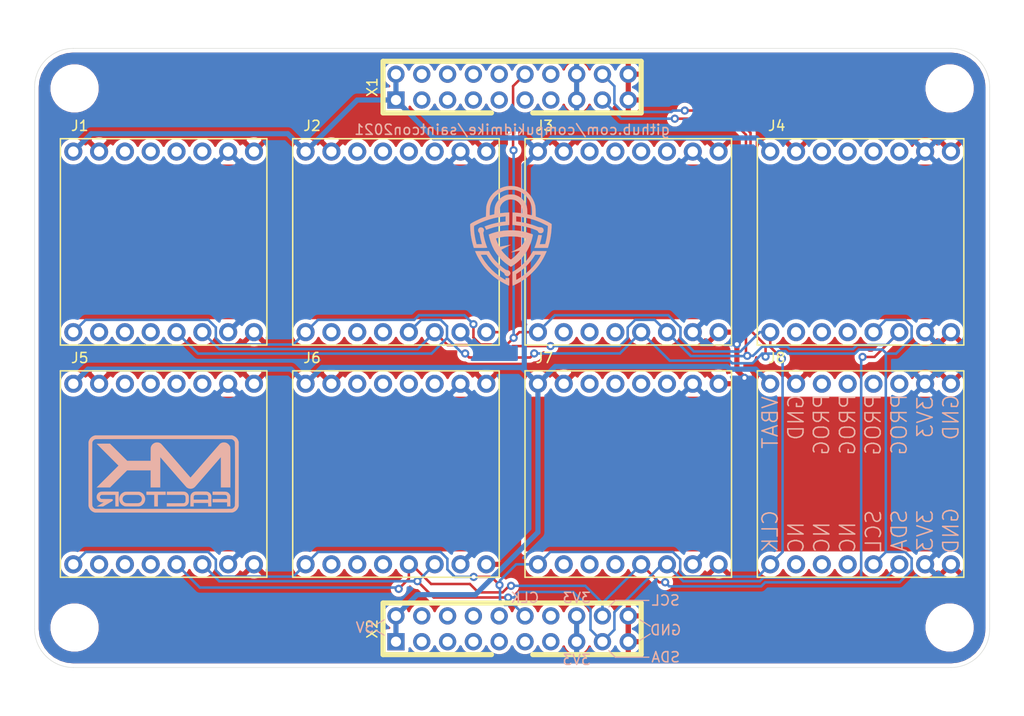
<source format=kicad_pcb>
(kicad_pcb (version 20171130) (host pcbnew "(5.1.9)-1")
  (layers (0 F.Cu signal) (31 B.Cu signal) (34 B.Paste user) (35 F.Paste user) (36 B.SilkS user) (37 F.SilkS user) (38 B.Mask user) (39 F.Mask user hide) (44 Edge.Cuts user))
  (net 0 "")
  (net 1 +3V3)
  (net 2 MB_SDA)
  (net 3 MB_SCL)
  (net 4 "Net-(J1-Pad12)")
  (net 5 "Net-(J1-Pad11)")
  (net 6 "Net-(J1-Pad10)")
  (net 7 MB_CS1)
  (net 8 MB_MOSI)
  (net 9 MB_SCK)
  (net 10 MB_MISO)
  (net 11 VCC)
  (net 12 "Net-(J2-Pad12)")
  (net 13 "Net-(J2-Pad11)")
  (net 14 "Net-(J2-Pad10)")
  (net 15 MB_CS2)
  (net 16 "Net-(J3-Pad12)")
  (net 17 "Net-(J3-Pad11)")
  (net 18 "Net-(J3-Pad10)")
  (net 19 MB_CS3)
  (net 20 "Net-(J4-Pad12)")
  (net 21 "Net-(J4-Pad11)")
  (net 22 "Net-(J4-Pad10)")
  (net 23 MB_CS4)
  (net 24 "Net-(J5-Pad12)")
  (net 25 "Net-(J5-Pad11)")
  (net 26 "Net-(J5-Pad10)")
  (net 27 "Net-(J5-Pad6)")
  (net 28 "Net-(J6-Pad12)")
  (net 29 "Net-(J6-Pad11)")
  (net 30 "Net-(J6-Pad10)")
  (net 31 "Net-(J6-Pad6)")
  (net 32 "Net-(J7-Pad12)")
  (net 33 "Net-(J7-Pad11)")
  (net 34 "Net-(J7-Pad10)")
  (net 35 "Net-(J7-Pad6)")
  (net 36 "Net-(J8-Pad12)")
  (net 37 "Net-(J8-Pad11)")
  (net 38 "Net-(J8-Pad10)")
  (net 39 "Net-(J8-Pad6)")
  (net 40 GND)
  (net 41 "Net-(X1-Pad10)")
  (net 42 MB_RESET)
  (net 43 "Net-(X1-Pad13)")
  (net 44 "Net-(X1-Pad14)")
  (net 45 "Net-(X2-Pad10)")
  (net 46 "Net-(X2-Pad13)")
  (net 47 "Net-(X2-Pad14)")
  (net 48 "Net-(J5-Pad5)")
  (net 49 "Net-(J5-Pad4)")
  (net 50 "Net-(J5-Pad3)")
  (net 51 "Net-(J6-Pad5)")
  (net 52 "Net-(J6-Pad4)")
  (net 53 "Net-(J6-Pad3)")
  (net 54 "Net-(J7-Pad5)")
  (net 55 "Net-(J7-Pad4)")
  (net 56 "Net-(J7-Pad3)")
  (net 57 "Net-(J8-Pad5)")
  (net 58 "Net-(J8-Pad4)")
  (net 59 "Net-(J8-Pad3)")
  (net 60 "Net-(X2-Pad3)")
  (net 61 "Net-(X2-Pad4)")
  (net 62 "Net-(X2-Pad5)")
  (net 63 "Net-(X2-Pad6)")
  (net 64 "Net-(X2-Pad7)")
  (net 65 "Net-(X2-Pad8)")
  (net 66 "Net-(X2-Pad9)")
  (net 67 "Net-(X2-Pad11)")
  (net 68 MB_CLK)
  (net 69 "Net-(J1-Pad6)")
  (net 70 "Net-(J1-Pad5)")
  (net 71 "Net-(J1-Pad4)")
  (net 72 "Net-(J1-Pad3)")
  (net 73 "Net-(J2-Pad6)")
  (net 74 "Net-(J2-Pad5)")
  (net 75 "Net-(J2-Pad4)")
  (net 76 "Net-(J2-Pad3)")
  (net 77 "Net-(J3-Pad6)")
  (net 78 "Net-(J3-Pad5)")
  (net 79 "Net-(J3-Pad4)")
  (net 80 "Net-(J3-Pad3)")
  (net 81 "Net-(J4-Pad6)")
  (net 82 "Net-(J4-Pad5)")
  (net 83 "Net-(J4-Pad4)")
  (net 84 "Net-(J4-Pad3)")
  (module SaintconLogo2021 (layer B.Cu) (at 119.16 80.96 180)
    (fp_text reference Ref** hide)
    (fp_text value Val** hide)
  )
  (module PinHeaders:Pin_Header_Straight_2x10_Pitch2.54mm_Keyed (layer F.Cu) (at 109.22 72.39 90)
    (fp_text reference X1 (at 1.27 -2.33 90) (layer F.SilkS))
    (fp_text value Conn_02x10_Odd_Even)
    (pad 1 thru_hole rect (at 0 0 90) (size 1.7 1.7) (drill 1) (layers *.Cu *.Mask) (net 11 VCC))
    (pad 2 thru_hole oval (at 2.54 0 90) (size 1.7 1.7) (drill 1) (layers *.Cu *.Mask) (net 11 VCC))
    (pad 3 thru_hole oval (at 0 2.54 90) (size 1.7 1.7) (drill 1) (layers *.Cu *.Mask) (net 8 MB_MOSI))
    (pad 4 thru_hole oval (at 2.54 2.54 90) (size 1.7 1.7) (drill 1) (layers *.Cu *.Mask) (net 10 MB_MISO))
    (pad 5 thru_hole oval (at 0 5.08 90) (size 1.7 1.7) (drill 1) (layers *.Cu *.Mask) (net 9 MB_SCK))
    (pad 6 thru_hole oval (at 2.54 5.08 90) (size 1.7 1.7) (drill 1) (layers *.Cu *.Mask) (net 7 MB_CS1))
    (pad 7 thru_hole oval (at 0 7.62 90) (size 1.7 1.7) (drill 1) (layers *.Cu *.Mask) (net 15 MB_CS2))
    (pad 8 thru_hole oval (at 2.54 7.62 90) (size 1.7 1.7) (drill 1) (layers *.Cu *.Mask) (net 19 MB_CS3))
    (pad 9 thru_hole oval (at 0 10.16 90) (size 1.7 1.7) (drill 1) (layers *.Cu *.Mask) (net 23 MB_CS4))
    (pad 10 thru_hole oval (at 2.54 10.16 90) (size 1.7 1.7) (drill 1) (layers *.Cu *.Mask) (net 41 "Net-(X1-Pad10)"))
    (pad 11 thru_hole oval (at 0 12.7 90) (size 1.7 1.7) (drill 1) (layers *.Cu *.Mask) (net 42 MB_RESET))
    (pad 12 thru_hole oval (at 2.54 12.7 90) (size 1.7 1.7) (drill 1) (layers *.Cu *.Mask) (net 68 MB_CLK))
    (pad 13 thru_hole oval (at 0 15.24 90) (size 1.7 1.7) (drill 1) (layers *.Cu *.Mask) (net 43 "Net-(X1-Pad13)"))
    (pad 14 thru_hole oval (at 2.54 15.24 90) (size 1.7 1.7) (drill 1) (layers *.Cu *.Mask) (net 44 "Net-(X1-Pad14)"))
    (pad 15 thru_hole oval (at 0 17.78 90) (size 1.7 1.7) (drill 1) (layers *.Cu *.Mask) (net 1 +3V3))
    (pad 16 thru_hole oval (at 2.54 17.78 90) (size 1.7 1.7) (drill 1) (layers *.Cu *.Mask) (net 1 +3V3))
    (pad 17 thru_hole oval (at 0 20.32 90) (size 1.7 1.7) (drill 1) (layers *.Cu *.Mask) (net 2 MB_SDA))
    (pad 18 thru_hole oval (at 2.54 20.32 90) (size 1.7 1.7) (drill 1) (layers *.Cu *.Mask) (net 3 MB_SCL))
    (pad 19 thru_hole oval (at 0 22.86 90) (size 1.7 1.7) (drill 1) (layers *.Cu *.Mask) (net 40 GND))
    (pad 20 thru_hole oval (at 2.54 22.86 90) (size 1.7 1.7) (drill 1) (layers *.Cu *.Mask) (net 40 GND))
  )
  (module minibadge_kicad:SAINTCON-Minibadge-Shiny (layer F.Cu) (at 144.78 99.06)
    (fp_text reference J8 (at 1.905 -1.27) (layer F.SilkS))
    (fp_text value SAINTCON-Minibadge)
    (pad 16 thru_hole circle (at 19.05 19.05 90) (size 1.778 1.778) (drill 1.016) (layers *.Cu *.Mask) (net 40 GND))
    (pad 15 thru_hole circle (at 16.51 19.05 90) (size 1.778 1.778) (drill 1.016) (layers *.Cu *.Mask) (net 1 +3V3))
    (pad 14 thru_hole circle (at 13.97 19.05 90) (size 1.778 1.778) (drill 1.016) (layers *.Cu *.Mask) (net 2 MB_SDA))
    (pad 13 thru_hole circle (at 11.43 19.05 90) (size 1.778 1.778) (drill 1.016) (layers *.Cu *.Mask) (net 3 MB_SCL))
    (pad 12 thru_hole circle (at 8.89 19.05 90) (size 1.778 1.778) (drill 1.016) (layers *.Cu *.Mask) (net 36 "Net-(J8-Pad12)"))
    (pad 11 thru_hole circle (at 6.35 19.05 90) (size 1.778 1.778) (drill 1.016) (layers *.Cu *.Mask) (net 37 "Net-(J8-Pad11)"))
    (pad 10 thru_hole circle (at 3.81 19.05 90) (size 1.778 1.778) (drill 1.016) (layers *.Cu *.Mask) (net 38 "Net-(J8-Pad10)"))
    (pad 9 thru_hole circle (at 1.27 19.05 90) (size 1.778 1.778) (drill 1.016) (layers *.Cu *.Mask) (net 68 MB_CLK))
    (pad 8 thru_hole circle (at 19.05 1.27 90) (size 1.778 1.778) (drill 1.016) (layers *.Cu *.Mask) (net 40 GND))
    (pad 7 thru_hole circle (at 16.51 1.27 90) (size 1.778 1.778) (drill 1.016) (layers *.Cu *.Mask) (net 1 +3V3))
    (pad 6 thru_hole circle (at 13.97 1.27 90) (size 1.778 1.778) (drill 1.016) (layers *.Cu *.Mask) (net 39 "Net-(J8-Pad6)"))
    (pad 5 thru_hole circle (at 11.43 1.27 90) (size 1.778 1.778) (drill 1.016) (layers *.Cu *.Mask) (net 57 "Net-(J8-Pad5)"))
    (pad 4 thru_hole circle (at 8.89 1.27 90) (size 1.778 1.778) (drill 1.016) (layers *.Cu *.Mask) (net 58 "Net-(J8-Pad4)"))
    (pad 3 thru_hole circle (at 6.35 1.27 90) (size 1.778 1.778) (drill 1.016) (layers *.Cu *.Mask) (net 59 "Net-(J8-Pad3)"))
    (pad 2 thru_hole circle (at 3.81 1.27 90) (size 1.778 1.778) (drill 1.016) (layers *.Cu *.Mask) (net 40 GND))
    (pad 1 thru_hole circle (at 1.27 1.27 90) (size 1.778 1.778) (drill 1.016) (layers *.Cu *.Mask) (net 11 VCC))
  )
  (module minibadge_kicad:SAINTCON-Minibadge-Shiny (layer F.Cu) (at 121.92 99.06)
    (fp_text reference J7 (at 1.905 -1.27) (layer F.SilkS))
    (fp_text value SAINTCON-Minibadge)
    (pad 16 thru_hole circle (at 19.05 19.05 90) (size 1.778 1.778) (drill 1.016) (layers *.Cu *.Mask) (net 40 GND))
    (pad 15 thru_hole circle (at 16.51 19.05 90) (size 1.778 1.778) (drill 1.016) (layers *.Cu *.Mask) (net 1 +3V3))
    (pad 14 thru_hole circle (at 13.97 19.05 90) (size 1.778 1.778) (drill 1.016) (layers *.Cu *.Mask) (net 2 MB_SDA))
    (pad 13 thru_hole circle (at 11.43 19.05 90) (size 1.778 1.778) (drill 1.016) (layers *.Cu *.Mask) (net 3 MB_SCL))
    (pad 12 thru_hole circle (at 8.89 19.05 90) (size 1.778 1.778) (drill 1.016) (layers *.Cu *.Mask) (net 32 "Net-(J7-Pad12)"))
    (pad 11 thru_hole circle (at 6.35 19.05 90) (size 1.778 1.778) (drill 1.016) (layers *.Cu *.Mask) (net 33 "Net-(J7-Pad11)"))
    (pad 10 thru_hole circle (at 3.81 19.05 90) (size 1.778 1.778) (drill 1.016) (layers *.Cu *.Mask) (net 34 "Net-(J7-Pad10)"))
    (pad 9 thru_hole circle (at 1.27 19.05 90) (size 1.778 1.778) (drill 1.016) (layers *.Cu *.Mask) (net 68 MB_CLK))
    (pad 8 thru_hole circle (at 19.05 1.27 90) (size 1.778 1.778) (drill 1.016) (layers *.Cu *.Mask) (net 40 GND))
    (pad 7 thru_hole circle (at 16.51 1.27 90) (size 1.778 1.778) (drill 1.016) (layers *.Cu *.Mask) (net 1 +3V3))
    (pad 6 thru_hole circle (at 13.97 1.27 90) (size 1.778 1.778) (drill 1.016) (layers *.Cu *.Mask) (net 35 "Net-(J7-Pad6)"))
    (pad 5 thru_hole circle (at 11.43 1.27 90) (size 1.778 1.778) (drill 1.016) (layers *.Cu *.Mask) (net 54 "Net-(J7-Pad5)"))
    (pad 4 thru_hole circle (at 8.89 1.27 90) (size 1.778 1.778) (drill 1.016) (layers *.Cu *.Mask) (net 55 "Net-(J7-Pad4)"))
    (pad 3 thru_hole circle (at 6.35 1.27 90) (size 1.778 1.778) (drill 1.016) (layers *.Cu *.Mask) (net 56 "Net-(J7-Pad3)"))
    (pad 2 thru_hole circle (at 3.81 1.27 90) (size 1.778 1.778) (drill 1.016) (layers *.Cu *.Mask) (net 40 GND))
    (pad 1 thru_hole circle (at 1.27 1.27 90) (size 1.778 1.778) (drill 1.016) (layers *.Cu *.Mask) (net 11 VCC))
  )
  (module minibadge_kicad:SAINTCON-Minibadge-Shiny (layer F.Cu) (at 144.78 76.2)
    (fp_text reference J4 (at 1.905 -1.27) (layer F.SilkS))
    (fp_text value SAINTCON-Minibadge)
    (pad 16 thru_hole circle (at 19.05 19.05 90) (size 1.778 1.778) (drill 1.016) (layers *.Cu *.Mask) (net 40 GND))
    (pad 15 thru_hole circle (at 16.51 19.05 90) (size 1.778 1.778) (drill 1.016) (layers *.Cu *.Mask) (net 1 +3V3))
    (pad 14 thru_hole circle (at 13.97 19.05 90) (size 1.778 1.778) (drill 1.016) (layers *.Cu *.Mask) (net 2 MB_SDA))
    (pad 13 thru_hole circle (at 11.43 19.05 90) (size 1.778 1.778) (drill 1.016) (layers *.Cu *.Mask) (net 3 MB_SCL))
    (pad 12 thru_hole circle (at 8.89 19.05 90) (size 1.778 1.778) (drill 1.016) (layers *.Cu *.Mask) (net 20 "Net-(J4-Pad12)"))
    (pad 11 thru_hole circle (at 6.35 19.05 90) (size 1.778 1.778) (drill 1.016) (layers *.Cu *.Mask) (net 21 "Net-(J4-Pad11)"))
    (pad 10 thru_hole circle (at 3.81 19.05 90) (size 1.778 1.778) (drill 1.016) (layers *.Cu *.Mask) (net 22 "Net-(J4-Pad10)"))
    (pad 9 thru_hole circle (at 1.27 19.05 90) (size 1.778 1.778) (drill 1.016) (layers *.Cu *.Mask) (net 68 MB_CLK))
    (pad 8 thru_hole circle (at 19.05 1.27 90) (size 1.778 1.778) (drill 1.016) (layers *.Cu *.Mask) (net 40 GND))
    (pad 7 thru_hole circle (at 16.51 1.27 90) (size 1.778 1.778) (drill 1.016) (layers *.Cu *.Mask) (net 1 +3V3))
    (pad 6 thru_hole circle (at 13.97 1.27 90) (size 1.778 1.778) (drill 1.016) (layers *.Cu *.Mask) (net 81 "Net-(J4-Pad6)"))
    (pad 5 thru_hole circle (at 11.43 1.27 90) (size 1.778 1.778) (drill 1.016) (layers *.Cu *.Mask) (net 82 "Net-(J4-Pad5)"))
    (pad 4 thru_hole circle (at 8.89 1.27 90) (size 1.778 1.778) (drill 1.016) (layers *.Cu *.Mask) (net 83 "Net-(J4-Pad4)"))
    (pad 3 thru_hole circle (at 6.35 1.27 90) (size 1.778 1.778) (drill 1.016) (layers *.Cu *.Mask) (net 84 "Net-(J4-Pad3)"))
    (pad 2 thru_hole circle (at 3.81 1.27 90) (size 1.778 1.778) (drill 1.016) (layers *.Cu *.Mask) (net 40 GND))
    (pad 1 thru_hole circle (at 1.27 1.27 90) (size 1.778 1.778) (drill 1.016) (layers *.Cu *.Mask) (net 11 VCC))
  )
  (module Mounting_Holes:MountingHole_4mm (layer F.Cu) (at 163.703 71.247)
    (fp_text reference REF** hide)
    (fp_text value MountingHole_4mm)
    (pad 1 np_thru_hole circle (at 0 0) (size 4 4) (drill 4) (layers *.Cu *.Mask))
  )
  (module Mounting_Holes:MountingHole_4mm (layer F.Cu) (at 77.597 71.247)
    (fp_text reference REF** hide)
    (fp_text value MountingHole_4mm)
    (pad 1 np_thru_hole circle (at 0 0) (size 4 4) (drill 4) (layers *.Cu *.Mask))
  )
  (module Mounting_Holes:MountingHole_4mm (layer F.Cu) (at 77.597 124.333)
    (fp_text reference REF** hide)
    (fp_text value MountingHole_4mm)
    (pad 1 np_thru_hole circle (at 0 0) (size 4 4) (drill 4) (layers *.Cu *.Mask))
  )
  (module Mounting_Holes:MountingHole_4mm (layer F.Cu) (at 163.703 124.333)
    (fp_text reference REF** hide)
    (fp_text value MountingHole_4mm)
    (pad 1 np_thru_hole circle (at 0 0) (size 4 4) (drill 4) (layers *.Cu *.Mask))
  )
  (module MKFactorLogo (layer B.Cu) (at 86.36 109.22 180)
    (fp_text reference G*** hide)
    (fp_text value LOGO hide)
  )
  (module PinHeaders:Pin_Header_Straight_2x10_Pitch2.54mm_Keyed (layer F.Cu) (at 109.22 125.73 90)
    (fp_text reference X2 (at 1.27 -2.33 90) (layer F.SilkS))
    (fp_text value Conn_02x10_Odd_Even)
    (pad 1 thru_hole rect (at 0 0 90) (size 1.7 1.7) (drill 1) (layers *.Cu *.Mask) (net 11 VCC))
    (pad 2 thru_hole oval (at 2.54 0 90) (size 1.7 1.7) (drill 1) (layers *.Cu *.Mask) (net 11 VCC))
    (pad 3 thru_hole oval (at 0 2.54 90) (size 1.7 1.7) (drill 1) (layers *.Cu *.Mask) (net 60 "Net-(X2-Pad3)"))
    (pad 4 thru_hole oval (at 2.54 2.54 90) (size 1.7 1.7) (drill 1) (layers *.Cu *.Mask) (net 61 "Net-(X2-Pad4)"))
    (pad 5 thru_hole oval (at 0 5.08 90) (size 1.7 1.7) (drill 1) (layers *.Cu *.Mask) (net 62 "Net-(X2-Pad5)"))
    (pad 6 thru_hole oval (at 2.54 5.08 90) (size 1.7 1.7) (drill 1) (layers *.Cu *.Mask) (net 63 "Net-(X2-Pad6)"))
    (pad 7 thru_hole oval (at 0 7.62 90) (size 1.7 1.7) (drill 1) (layers *.Cu *.Mask) (net 64 "Net-(X2-Pad7)"))
    (pad 8 thru_hole oval (at 2.54 7.62 90) (size 1.7 1.7) (drill 1) (layers *.Cu *.Mask) (net 65 "Net-(X2-Pad8)"))
    (pad 9 thru_hole oval (at 0 10.16 90) (size 1.7 1.7) (drill 1) (layers *.Cu *.Mask) (net 66 "Net-(X2-Pad9)"))
    (pad 10 thru_hole oval (at 2.54 10.16 90) (size 1.7 1.7) (drill 1) (layers *.Cu *.Mask) (net 45 "Net-(X2-Pad10)"))
    (pad 11 thru_hole oval (at 0 12.7 90) (size 1.7 1.7) (drill 1) (layers *.Cu *.Mask) (net 67 "Net-(X2-Pad11)"))
    (pad 12 thru_hole oval (at 2.54 12.7 90) (size 1.7 1.7) (drill 1) (layers *.Cu *.Mask) (net 68 MB_CLK))
    (pad 13 thru_hole oval (at 0 15.24 90) (size 1.7 1.7) (drill 1) (layers *.Cu *.Mask) (net 46 "Net-(X2-Pad13)"))
    (pad 14 thru_hole oval (at 2.54 15.24 90) (size 1.7 1.7) (drill 1) (layers *.Cu *.Mask) (net 47 "Net-(X2-Pad14)"))
    (pad 15 thru_hole oval (at 0 17.78 90) (size 1.7 1.7) (drill 1) (layers *.Cu *.Mask) (net 1 +3V3))
    (pad 16 thru_hole oval (at 2.54 17.78 90) (size 1.7 1.7) (drill 1) (layers *.Cu *.Mask) (net 1 +3V3))
    (pad 17 thru_hole oval (at 0 20.32 90) (size 1.7 1.7) (drill 1) (layers *.Cu *.Mask) (net 2 MB_SDA))
    (pad 18 thru_hole oval (at 2.54 20.32 90) (size 1.7 1.7) (drill 1) (layers *.Cu *.Mask) (net 3 MB_SCL))
    (pad 19 thru_hole oval (at 0 22.86 90) (size 1.7 1.7) (drill 1) (layers *.Cu *.Mask) (net 40 GND))
    (pad 20 thru_hole oval (at 2.54 22.86 90) (size 1.7 1.7) (drill 1) (layers *.Cu *.Mask) (net 40 GND))
  )
  (module minibadge_kicad:SAINTCON-Minibadge-Shiny (layer F.Cu) (at 99.06 99.06)
    (fp_text reference J6 (at 1.905 -1.27) (layer F.SilkS))
    (fp_text value SAINTCON-Minibadge)
    (pad 16 thru_hole circle (at 19.05 19.05 90) (size 1.778 1.778) (drill 1.016) (layers *.Cu *.Mask) (net 40 GND))
    (pad 15 thru_hole circle (at 16.51 19.05 90) (size 1.778 1.778) (drill 1.016) (layers *.Cu *.Mask) (net 1 +3V3))
    (pad 14 thru_hole circle (at 13.97 19.05 90) (size 1.778 1.778) (drill 1.016) (layers *.Cu *.Mask) (net 2 MB_SDA))
    (pad 13 thru_hole circle (at 11.43 19.05 90) (size 1.778 1.778) (drill 1.016) (layers *.Cu *.Mask) (net 3 MB_SCL))
    (pad 12 thru_hole circle (at 8.89 19.05 90) (size 1.778 1.778) (drill 1.016) (layers *.Cu *.Mask) (net 28 "Net-(J6-Pad12)"))
    (pad 11 thru_hole circle (at 6.35 19.05 90) (size 1.778 1.778) (drill 1.016) (layers *.Cu *.Mask) (net 29 "Net-(J6-Pad11)"))
    (pad 10 thru_hole circle (at 3.81 19.05 90) (size 1.778 1.778) (drill 1.016) (layers *.Cu *.Mask) (net 30 "Net-(J6-Pad10)"))
    (pad 9 thru_hole circle (at 1.27 19.05 90) (size 1.778 1.778) (drill 1.016) (layers *.Cu *.Mask) (net 68 MB_CLK))
    (pad 8 thru_hole circle (at 19.05 1.27 90) (size 1.778 1.778) (drill 1.016) (layers *.Cu *.Mask) (net 40 GND))
    (pad 7 thru_hole circle (at 16.51 1.27 90) (size 1.778 1.778) (drill 1.016) (layers *.Cu *.Mask) (net 1 +3V3))
    (pad 6 thru_hole circle (at 13.97 1.27 90) (size 1.778 1.778) (drill 1.016) (layers *.Cu *.Mask) (net 31 "Net-(J6-Pad6)"))
    (pad 5 thru_hole circle (at 11.43 1.27 90) (size 1.778 1.778) (drill 1.016) (layers *.Cu *.Mask) (net 51 "Net-(J6-Pad5)"))
    (pad 4 thru_hole circle (at 8.89 1.27 90) (size 1.778 1.778) (drill 1.016) (layers *.Cu *.Mask) (net 52 "Net-(J6-Pad4)"))
    (pad 3 thru_hole circle (at 6.35 1.27 90) (size 1.778 1.778) (drill 1.016) (layers *.Cu *.Mask) (net 53 "Net-(J6-Pad3)"))
    (pad 2 thru_hole circle (at 3.81 1.27 90) (size 1.778 1.778) (drill 1.016) (layers *.Cu *.Mask) (net 40 GND))
    (pad 1 thru_hole circle (at 1.27 1.27 90) (size 1.778 1.778) (drill 1.016) (layers *.Cu *.Mask) (net 11 VCC))
  )
  (module minibadge_kicad:SAINTCON-Minibadge-Shiny (layer F.Cu) (at 76.2 99.06)
    (fp_text reference J5 (at 1.905 -1.27) (layer F.SilkS))
    (fp_text value SAINTCON-Minibadge)
    (pad 16 thru_hole circle (at 19.05 19.05 90) (size 1.778 1.778) (drill 1.016) (layers *.Cu *.Mask) (net 40 GND))
    (pad 15 thru_hole circle (at 16.51 19.05 90) (size 1.778 1.778) (drill 1.016) (layers *.Cu *.Mask) (net 1 +3V3))
    (pad 14 thru_hole circle (at 13.97 19.05 90) (size 1.778 1.778) (drill 1.016) (layers *.Cu *.Mask) (net 2 MB_SDA))
    (pad 13 thru_hole circle (at 11.43 19.05 90) (size 1.778 1.778) (drill 1.016) (layers *.Cu *.Mask) (net 3 MB_SCL))
    (pad 12 thru_hole circle (at 8.89 19.05 90) (size 1.778 1.778) (drill 1.016) (layers *.Cu *.Mask) (net 24 "Net-(J5-Pad12)"))
    (pad 11 thru_hole circle (at 6.35 19.05 90) (size 1.778 1.778) (drill 1.016) (layers *.Cu *.Mask) (net 25 "Net-(J5-Pad11)"))
    (pad 10 thru_hole circle (at 3.81 19.05 90) (size 1.778 1.778) (drill 1.016) (layers *.Cu *.Mask) (net 26 "Net-(J5-Pad10)"))
    (pad 9 thru_hole circle (at 1.27 19.05 90) (size 1.778 1.778) (drill 1.016) (layers *.Cu *.Mask) (net 68 MB_CLK))
    (pad 8 thru_hole circle (at 19.05 1.27 90) (size 1.778 1.778) (drill 1.016) (layers *.Cu *.Mask) (net 40 GND))
    (pad 7 thru_hole circle (at 16.51 1.27 90) (size 1.778 1.778) (drill 1.016) (layers *.Cu *.Mask) (net 1 +3V3))
    (pad 6 thru_hole circle (at 13.97 1.27 90) (size 1.778 1.778) (drill 1.016) (layers *.Cu *.Mask) (net 27 "Net-(J5-Pad6)"))
    (pad 5 thru_hole circle (at 11.43 1.27 90) (size 1.778 1.778) (drill 1.016) (layers *.Cu *.Mask) (net 48 "Net-(J5-Pad5)"))
    (pad 4 thru_hole circle (at 8.89 1.27 90) (size 1.778 1.778) (drill 1.016) (layers *.Cu *.Mask) (net 49 "Net-(J5-Pad4)"))
    (pad 3 thru_hole circle (at 6.35 1.27 90) (size 1.778 1.778) (drill 1.016) (layers *.Cu *.Mask) (net 50 "Net-(J5-Pad3)"))
    (pad 2 thru_hole circle (at 3.81 1.27 90) (size 1.778 1.778) (drill 1.016) (layers *.Cu *.Mask) (net 40 GND))
    (pad 1 thru_hole circle (at 1.27 1.27 90) (size 1.778 1.778) (drill 1.016) (layers *.Cu *.Mask) (net 11 VCC))
  )
  (module minibadge_kicad:SAINTCON-Minibadge-Shiny (layer F.Cu) (at 121.92 76.2)
    (fp_text reference J3 (at 1.905 -1.27) (layer F.SilkS))
    (fp_text value SAINTCON-Minibadge)
    (pad 16 thru_hole circle (at 19.05 19.05 90) (size 1.778 1.778) (drill 1.016) (layers *.Cu *.Mask) (net 40 GND))
    (pad 15 thru_hole circle (at 16.51 19.05 90) (size 1.778 1.778) (drill 1.016) (layers *.Cu *.Mask) (net 1 +3V3))
    (pad 14 thru_hole circle (at 13.97 19.05 90) (size 1.778 1.778) (drill 1.016) (layers *.Cu *.Mask) (net 2 MB_SDA))
    (pad 13 thru_hole circle (at 11.43 19.05 90) (size 1.778 1.778) (drill 1.016) (layers *.Cu *.Mask) (net 3 MB_SCL))
    (pad 12 thru_hole circle (at 8.89 19.05 90) (size 1.778 1.778) (drill 1.016) (layers *.Cu *.Mask) (net 16 "Net-(J3-Pad12)"))
    (pad 11 thru_hole circle (at 6.35 19.05 90) (size 1.778 1.778) (drill 1.016) (layers *.Cu *.Mask) (net 17 "Net-(J3-Pad11)"))
    (pad 10 thru_hole circle (at 3.81 19.05 90) (size 1.778 1.778) (drill 1.016) (layers *.Cu *.Mask) (net 18 "Net-(J3-Pad10)"))
    (pad 9 thru_hole circle (at 1.27 19.05 90) (size 1.778 1.778) (drill 1.016) (layers *.Cu *.Mask) (net 68 MB_CLK))
    (pad 8 thru_hole circle (at 19.05 1.27 90) (size 1.778 1.778) (drill 1.016) (layers *.Cu *.Mask) (net 40 GND))
    (pad 7 thru_hole circle (at 16.51 1.27 90) (size 1.778 1.778) (drill 1.016) (layers *.Cu *.Mask) (net 1 +3V3))
    (pad 6 thru_hole circle (at 13.97 1.27 90) (size 1.778 1.778) (drill 1.016) (layers *.Cu *.Mask) (net 77 "Net-(J3-Pad6)"))
    (pad 5 thru_hole circle (at 11.43 1.27 90) (size 1.778 1.778) (drill 1.016) (layers *.Cu *.Mask) (net 78 "Net-(J3-Pad5)"))
    (pad 4 thru_hole circle (at 8.89 1.27 90) (size 1.778 1.778) (drill 1.016) (layers *.Cu *.Mask) (net 79 "Net-(J3-Pad4)"))
    (pad 3 thru_hole circle (at 6.35 1.27 90) (size 1.778 1.778) (drill 1.016) (layers *.Cu *.Mask) (net 80 "Net-(J3-Pad3)"))
    (pad 2 thru_hole circle (at 3.81 1.27 90) (size 1.778 1.778) (drill 1.016) (layers *.Cu *.Mask) (net 40 GND))
    (pad 1 thru_hole circle (at 1.27 1.27 90) (size 1.778 1.778) (drill 1.016) (layers *.Cu *.Mask) (net 11 VCC))
  )
  (module minibadge_kicad:SAINTCON-Minibadge-Shiny (layer F.Cu) (at 99.06 76.2)
    (fp_text reference J2 (at 1.905 -1.27) (layer F.SilkS))
    (fp_text value SAINTCON-Minibadge)
    (pad 16 thru_hole circle (at 19.05 19.05 90) (size 1.778 1.778) (drill 1.016) (layers *.Cu *.Mask) (net 40 GND))
    (pad 15 thru_hole circle (at 16.51 19.05 90) (size 1.778 1.778) (drill 1.016) (layers *.Cu *.Mask) (net 1 +3V3))
    (pad 14 thru_hole circle (at 13.97 19.05 90) (size 1.778 1.778) (drill 1.016) (layers *.Cu *.Mask) (net 2 MB_SDA))
    (pad 13 thru_hole circle (at 11.43 19.05 90) (size 1.778 1.778) (drill 1.016) (layers *.Cu *.Mask) (net 3 MB_SCL))
    (pad 12 thru_hole circle (at 8.89 19.05 90) (size 1.778 1.778) (drill 1.016) (layers *.Cu *.Mask) (net 12 "Net-(J2-Pad12)"))
    (pad 11 thru_hole circle (at 6.35 19.05 90) (size 1.778 1.778) (drill 1.016) (layers *.Cu *.Mask) (net 13 "Net-(J2-Pad11)"))
    (pad 10 thru_hole circle (at 3.81 19.05 90) (size 1.778 1.778) (drill 1.016) (layers *.Cu *.Mask) (net 14 "Net-(J2-Pad10)"))
    (pad 9 thru_hole circle (at 1.27 19.05 90) (size 1.778 1.778) (drill 1.016) (layers *.Cu *.Mask) (net 68 MB_CLK))
    (pad 8 thru_hole circle (at 19.05 1.27 90) (size 1.778 1.778) (drill 1.016) (layers *.Cu *.Mask) (net 40 GND))
    (pad 7 thru_hole circle (at 16.51 1.27 90) (size 1.778 1.778) (drill 1.016) (layers *.Cu *.Mask) (net 1 +3V3))
    (pad 6 thru_hole circle (at 13.97 1.27 90) (size 1.778 1.778) (drill 1.016) (layers *.Cu *.Mask) (net 73 "Net-(J2-Pad6)"))
    (pad 5 thru_hole circle (at 11.43 1.27 90) (size 1.778 1.778) (drill 1.016) (layers *.Cu *.Mask) (net 74 "Net-(J2-Pad5)"))
    (pad 4 thru_hole circle (at 8.89 1.27 90) (size 1.778 1.778) (drill 1.016) (layers *.Cu *.Mask) (net 75 "Net-(J2-Pad4)"))
    (pad 3 thru_hole circle (at 6.35 1.27 90) (size 1.778 1.778) (drill 1.016) (layers *.Cu *.Mask) (net 76 "Net-(J2-Pad3)"))
    (pad 2 thru_hole circle (at 3.81 1.27 90) (size 1.778 1.778) (drill 1.016) (layers *.Cu *.Mask) (net 40 GND))
    (pad 1 thru_hole circle (at 1.27 1.27 90) (size 1.778 1.778) (drill 1.016) (layers *.Cu *.Mask) (net 11 VCC))
  )
  (module minibadge_kicad:SAINTCON-Minibadge-Shiny (layer F.Cu) (at 76.2 76.2)
    (fp_text reference J1 (at 1.905 -1.27) (layer F.SilkS))
    (fp_text value SAINTCON-Minibadge)
    (pad 16 thru_hole circle (at 19.05 19.05 90) (size 1.778 1.778) (drill 1.016) (layers *.Cu *.Mask) (net 40 GND))
    (pad 15 thru_hole circle (at 16.51 19.05 90) (size 1.778 1.778) (drill 1.016) (layers *.Cu *.Mask) (net 1 +3V3))
    (pad 14 thru_hole circle (at 13.97 19.05 90) (size 1.778 1.778) (drill 1.016) (layers *.Cu *.Mask) (net 2 MB_SDA))
    (pad 13 thru_hole circle (at 11.43 19.05 90) (size 1.778 1.778) (drill 1.016) (layers *.Cu *.Mask) (net 3 MB_SCL))
    (pad 12 thru_hole circle (at 8.89 19.05 90) (size 1.778 1.778) (drill 1.016) (layers *.Cu *.Mask) (net 4 "Net-(J1-Pad12)"))
    (pad 11 thru_hole circle (at 6.35 19.05 90) (size 1.778 1.778) (drill 1.016) (layers *.Cu *.Mask) (net 5 "Net-(J1-Pad11)"))
    (pad 10 thru_hole circle (at 3.81 19.05 90) (size 1.778 1.778) (drill 1.016) (layers *.Cu *.Mask) (net 6 "Net-(J1-Pad10)"))
    (pad 9 thru_hole circle (at 1.27 19.05 90) (size 1.778 1.778) (drill 1.016) (layers *.Cu *.Mask) (net 68 MB_CLK))
    (pad 8 thru_hole circle (at 19.05 1.27 90) (size 1.778 1.778) (drill 1.016) (layers *.Cu *.Mask) (net 40 GND))
    (pad 7 thru_hole circle (at 16.51 1.27 90) (size 1.778 1.778) (drill 1.016) (layers *.Cu *.Mask) (net 1 +3V3))
    (pad 6 thru_hole circle (at 13.97 1.27 90) (size 1.778 1.778) (drill 1.016) (layers *.Cu *.Mask) (net 69 "Net-(J1-Pad6)"))
    (pad 5 thru_hole circle (at 11.43 1.27 90) (size 1.778 1.778) (drill 1.016) (layers *.Cu *.Mask) (net 70 "Net-(J1-Pad5)"))
    (pad 4 thru_hole circle (at 8.89 1.27 90) (size 1.778 1.778) (drill 1.016) (layers *.Cu *.Mask) (net 71 "Net-(J1-Pad4)"))
    (pad 3 thru_hole circle (at 6.35 1.27 90) (size 1.778 1.778) (drill 1.016) (layers *.Cu *.Mask) (net 72 "Net-(J1-Pad3)"))
    (pad 2 thru_hole circle (at 3.81 1.27 90) (size 1.778 1.778) (drill 1.016) (layers *.Cu *.Mask) (net 40 GND))
    (pad 1 thru_hole circle (at 1.27 1.27 90) (size 1.778 1.778) (drill 1.016) (layers *.Cu *.Mask) (net 11 VCC))
  )
  (gr_text CLK (at 121.9 121.402) (layer B.SilkS) (effects (font (size 1 1)) (justify mirror)))
  (gr_text GND (at 148.59 103.632 90) (layer B.SilkS) (effects (font (size 1.5 1.5)) (justify mirror)))
  (gr_text github.com/compukidmike/saintcon2021 (at 120.65 75.311) (layer B.SilkS) (effects (font (size 1 1)) (justify mirror)))
  (gr_line (start 107.188 124.587) (end 108.077 125.095) (layer B.SilkS) (width 0.12))
  (gr_line (start 108.077 123.571) (end 107.188 124.079) (layer B.SilkS) (width 0.12))
  (gr_line (start 130.81 121.666) (end 130.175 122.301) (layer B.SilkS) (width 0.12))
  (gr_line (start 134.112 121.666) (end 130.81 121.666) (layer B.SilkS) (width 0.12))
  (gr_line (start 130.81 127.254) (end 130.175 126.619) (layer B.SilkS) (width 0.12))
  (gr_line (start 134.112 127.254) (end 130.81 127.254) (layer B.SilkS) (width 0.12))
  (gr_line (start 134.239 124.968) (end 133.223 125.603) (layer B.SilkS) (width 0.12))
  (gr_line (start 133.223 123.571) (end 134.239 124.206) (layer B.SilkS) (width 0.12))
  (gr_text 3V3 (at 127 121.412) (layer B.SilkS) (effects (font (size 1 1)) (justify mirror)))
  (gr_text SCL (at 135.763 121.666) (layer B.SilkS) (effects (font (size 1 1)) (justify mirror)))
  (gr_text SDA (at 135.763 127.254) (layer B.SilkS) (effects (font (size 1 1)) (justify mirror)))
  (gr_text 3V3 (at 127 127.508) (layer B.SilkS) (effects (font (size 1 1)) (justify mirror)))
  (gr_text 5V (at 106.172 124.333) (layer B.SilkS) (effects (font (size 1 1)) (justify mirror)))
  (gr_text GND (at 135.763 124.587) (layer B.SilkS) (effects (font (size 1 1)) (justify mirror)))
  (gr_text SCL (at 156.21 114.808 90) (layer B.SilkS) (effects (font (size 1.5 1.5)) (justify mirror)))
  (gr_text NC (at 153.67 115.443 90) (layer B.SilkS) (effects (font (size 1.5 1.5)) (justify mirror)))
  (gr_text GND (at 163.83 114.808 90) (layer B.SilkS) (effects (font (size 1.5 1.5)) (justify mirror)))
  (gr_text NC (at 148.59 115.443 90) (layer B.SilkS) (effects (font (size 1.5 1.5)) (justify mirror)))
  (gr_text CLK (at 146.04 114.87 90) (layer B.SilkS) (effects (font (size 1.5 1.5)) (justify mirror)))
  (gr_text SDA (at 158.75 114.808 90) (layer B.SilkS) (effects (font (size 1.5 1.5)) (justify mirror)))
  (gr_text NC (at 151.13 115.443 90) (layer B.SilkS) (effects (font (size 1.5 1.5)) (justify mirror)))
  (gr_text 3V3 (at 161.29 114.808 90) (layer B.SilkS) (effects (font (size 1.5 1.5)) (justify mirror)))
  (gr_text VBAT (at 146.05 104.14 90) (layer B.SilkS) (effects (font (size 1.5 1.5)) (justify mirror)))
  (gr_text PROG (at 151.1 104.35 90) (layer B.SilkS) (effects (font (size 1.5 1.5)) (justify mirror)))
  (gr_text PROG (at 153.67 104.35 90) (layer B.SilkS) (effects (font (size 1.5 1.5)) (justify mirror)))
  (gr_text PROG (at 156.18 104.37 90) (layer B.SilkS) (effects (font (size 1.5 1.5)) (justify mirror)))
  (gr_text PROG (at 158.74 104.35 90) (layer B.SilkS) (effects (font (size 1.5 1.5)) (justify mirror)))
  (gr_text 3V3 (at 161.29 103.632 90) (layer B.SilkS) (effects (font (size 1.5 1.5)) (justify mirror)))
  (gr_text GND (at 163.83 103.632 90) (layer B.SilkS) (effects (font (size 1.5 1.5)) (justify mirror)))
  (gr_line (start 77.47 67.31) (end 163.83 67.31) (layer Edge.Cuts) (width 0.05))
  (gr_line (start 73.66 124.46) (end 73.66 71.12) (layer Edge.Cuts) (width 0.05))
  (gr_line (start 163.83 128.27) (end 77.47 128.27) (layer Edge.Cuts) (width 0.05))
  (gr_line (start 167.64 71.12) (end 167.64 124.46) (layer Edge.Cuts) (width 0.05))
  (gr_arc (start 163.83 71.12) (end 167.64 71.12) (angle -90) (layer Edge.Cuts) (width 0.05))
  (gr_arc (start 163.83 124.46) (end 163.83 128.27) (angle -90) (layer Edge.Cuts) (width 0.05))
  (gr_arc (start 77.47 124.46) (end 73.66 124.46) (angle -90) (layer Edge.Cuts) (width 0.05))
  (gr_arc (start 77.47 71.12) (end 77.47 67.31) (angle -90) (layer Edge.Cuts) (width 0.05))
  (segment (start 111.365988 119.774012) (end 113.03 118.11) (width 0.25) (layer B.Cu) (net 2))
  (segment (start 90.17 118.11) (end 91.834012 119.774012) (width 0.25) (layer B.Cu) (net 2))
  (segment (start 135.420998 118.11) (end 135.89 118.11) (width 0.25) (layer B.Cu) (net 2))
  (segment (start 130.715001 122.815997) (end 135.420998 118.11) (width 0.25) (layer B.Cu) (net 2))
  (segment (start 130.715001 124.554999) (end 130.715001 122.815997) (width 0.25) (layer B.Cu) (net 2))
  (segment (start 129.54 125.73) (end 130.715001 124.554999) (width 0.25) (layer B.Cu) (net 2))
  (segment (start 110.424012 119.774012) (end 111.365988 119.774012) (width 0.25) (layer B.Cu) (net 2))
  (segment (start 91.834012 119.774012) (end 110.424012 119.774012) (width 0.25) (layer B.Cu) (net 2))
  (segment (start 111.36599 96.91401) (end 113.03 95.25) (width 0.25) (layer B.Cu) (net 2))
  (segment (start 90.17 95.25) (end 91.83401 96.91401) (width 0.25) (layer B.Cu) (net 2))
  (segment (start 91.83401 96.91401) (end 111.36599 96.91401) (width 0.25) (layer B.Cu) (net 2))
  (segment (start 132.024001 95.832721) (end 131.236722 96.62) (width 0.25) (layer B.Cu) (net 2))
  (segment (start 132.767279 94.035999) (end 132.024001 94.779277) (width 0.25) (layer B.Cu) (net 2))
  (segment (start 134.675999 94.035999) (end 132.767279 94.035999) (width 0.25) (layer B.Cu) (net 2))
  (segment (start 135.89 95.25) (end 134.675999 94.035999) (width 0.25) (layer B.Cu) (net 2))
  (segment (start 132.024001 94.779277) (end 132.024001 95.832721) (width 0.25) (layer B.Cu) (net 2))
  (via (at 124.43 96.62) (size 0.8) (drill 0.4) (layers F.Cu B.Cu) (net 2))
  (segment (start 131.236722 96.62) (end 124.43 96.62) (width 0.25) (layer B.Cu) (net 2))
  (segment (start 113.918999 96.138999) (end 113.03 95.25) (width 0.25) (layer F.Cu) (net 2))
  (segment (start 124.43 96.62) (end 120.699399 96.62) (width 0.25) (layer F.Cu) (net 2))
  (segment (start 114.304998 96.524998) (end 113.918999 96.138999) (width 0.25) (layer F.Cu) (net 2))
  (segment (start 116.778587 96.524998) (end 114.304998 96.524998) (width 0.25) (layer F.Cu) (net 2))
  (segment (start 117.183598 96.930009) (end 116.778587 96.524998) (width 0.25) (layer F.Cu) (net 2))
  (segment (start 120.699399 96.62) (end 120.38939 96.930009) (width 0.25) (layer F.Cu) (net 2))
  (segment (start 120.38939 96.930009) (end 117.183598 96.930009) (width 0.25) (layer F.Cu) (net 2))
  (via (at 111.33 119.77) (size 0.8) (drill 0.4) (layers F.Cu B.Cu) (net 2))
  (segment (start 110.424012 119.774012) (end 111.325988 119.774012) (width 0.25) (layer B.Cu) (net 2))
  (segment (start 111.325988 119.774012) (end 111.33 119.77) (width 0.25) (layer B.Cu) (net 2))
  (segment (start 135.89 118.17641) (end 137.487601 119.774012) (width 0.25) (layer B.Cu) (net 2))
  (segment (start 137.487601 119.774012) (end 145.022399 119.774012) (width 0.25) (layer B.Cu) (net 2))
  (segment (start 157.430011 119.429989) (end 158.75 118.11) (width 0.25) (layer B.Cu) (net 2))
  (segment (start 135.89 118.11) (end 135.89 118.17641) (width 0.25) (layer B.Cu) (net 2))
  (segment (start 145.022399 119.774012) (end 145.366421 119.429989) (width 0.25) (layer B.Cu) (net 2))
  (segment (start 145.366421 119.429989) (end 155.019989 119.429989) (width 0.25) (layer B.Cu) (net 2))
  (segment (start 155.019989 119.429989) (end 157.430011 119.429989) (width 0.25) (layer B.Cu) (net 2))
  (via (at 155.13 97.69) (size 0.8) (drill 0.4) (layers F.Cu B.Cu) (net 2))
  (segment (start 155.019989 119.429989) (end 154.995999 119.405999) (width 0.25) (layer B.Cu) (net 2))
  (segment (start 154.995999 119.405999) (end 154.995999 97.824001) (width 0.25) (layer B.Cu) (net 2))
  (segment (start 156.31 97.69) (end 155.13 97.69) (width 0.25) (layer F.Cu) (net 2))
  (segment (start 158.75 95.25) (end 156.31 97.69) (width 0.25) (layer F.Cu) (net 2))
  (segment (start 154.995999 97.824001) (end 155.13 97.69) (width 0.25) (layer B.Cu) (net 2))
  (segment (start 129.54 121.92) (end 133.35 118.11) (width 0.25) (layer B.Cu) (net 3))
  (segment (start 129.54 123.19) (end 129.54 121.92) (width 0.25) (layer B.Cu) (net 3))
  (segment (start 111.704001 94.035999) (end 110.49 95.25) (width 0.25) (layer B.Cu) (net 3))
  (segment (start 113.612721 94.035999) (end 111.704001 94.035999) (width 0.25) (layer B.Cu) (net 3))
  (segment (start 112.712701 97.364021) (end 114.244001 95.832721) (width 0.25) (layer B.Cu) (net 3))
  (segment (start 89.744022 97.364021) (end 112.712701 97.364021) (width 0.25) (layer B.Cu) (net 3))
  (segment (start 87.63 95.25) (end 89.744022 97.364021) (width 0.25) (layer B.Cu) (net 3))
  (segment (start 114.244001 95.832721) (end 114.244001 94.667279) (width 0.25) (layer B.Cu) (net 3))
  (segment (start 114.244001 94.667279) (end 113.612721 94.035999) (width 0.25) (layer B.Cu) (net 3))
  (segment (start 157.424001 94.035999) (end 156.21 95.25) (width 0.25) (layer B.Cu) (net 3))
  (segment (start 159.332721 94.035999) (end 157.424001 94.035999) (width 0.25) (layer B.Cu) (net 3))
  (segment (start 159.964001 94.667279) (end 159.332721 94.035999) (width 0.25) (layer B.Cu) (net 3))
  (segment (start 159.964001 95.832721) (end 159.964001 94.667279) (width 0.25) (layer B.Cu) (net 3))
  (segment (start 158.432701 97.364021) (end 159.964001 95.832721) (width 0.25) (layer B.Cu) (net 3))
  (via (at 135.71 119.88) (size 0.8) (drill 0.4) (layers F.Cu B.Cu) (net 3))
  (segment (start 135.12 119.88) (end 135.71 119.88) (width 0.25) (layer F.Cu) (net 3))
  (segment (start 133.35 118.11) (end 135.12 119.88) (width 0.25) (layer F.Cu) (net 3))
  (segment (start 131.25499 97.34501) (end 122.82502 97.34501) (width 0.25) (layer B.Cu) (net 3))
  (via (at 122.82502 97.34501) (size 0.8) (drill 0.4) (layers F.Cu B.Cu) (net 3))
  (segment (start 133.35 95.25) (end 131.25499 97.34501) (width 0.25) (layer B.Cu) (net 3))
  (via (at 116.03 97.35) (size 0.8) (drill 0.4) (layers F.Cu B.Cu) (net 3))
  (segment (start 114.244001 95.832721) (end 115.76128 97.35) (width 0.25) (layer B.Cu) (net 3))
  (segment (start 115.76128 97.35) (end 116.03 97.35) (width 0.25) (layer B.Cu) (net 3))
  (segment (start 122.82502 97.34501) (end 122.425021 97.745009) (width 0.25) (layer F.Cu) (net 3))
  (segment (start 116.425009 97.745009) (end 116.03 97.35) (width 0.25) (layer F.Cu) (net 3))
  (segment (start 122.425021 97.745009) (end 116.425009 97.745009) (width 0.25) (layer F.Cu) (net 3))
  (segment (start 159.964001 118.692721) (end 159.964001 117.527279) (width 0.25) (layer B.Cu) (net 3))
  (segment (start 159.332721 116.895999) (end 157.424001 116.895999) (width 0.25) (layer B.Cu) (net 3))
  (segment (start 159.964001 117.527279) (end 159.332721 116.895999) (width 0.25) (layer B.Cu) (net 3))
  (segment (start 158.776722 119.88) (end 159.964001 118.692721) (width 0.25) (layer B.Cu) (net 3))
  (segment (start 145.552822 119.88) (end 158.776722 119.88) (width 0.25) (layer B.Cu) (net 3))
  (segment (start 136.109999 120.279999) (end 145.152823 120.279999) (width 0.25) (layer B.Cu) (net 3))
  (segment (start 145.152823 120.279999) (end 145.552822 119.88) (width 0.25) (layer B.Cu) (net 3))
  (segment (start 135.71 119.88) (end 136.109999 120.279999) (width 0.25) (layer B.Cu) (net 3))
  (segment (start 157.424001 97.425999) (end 157.485979 97.364021) (width 0.25) (layer B.Cu) (net 3))
  (segment (start 157.424001 116.895999) (end 157.424001 97.425999) (width 0.25) (layer B.Cu) (net 3))
  (segment (start 156.21 118.11) (end 157.424001 116.895999) (width 0.25) (layer B.Cu) (net 3))
  (segment (start 157.485979 97.364021) (end 158.432701 97.364021) (width 0.25) (layer B.Cu) (net 3))
  (segment (start 109.22 69.85) (end 109.22 72.39) (width 0.508) (layer B.Cu) (net 11))
  (segment (start 77.47 77.47) (end 79.23 75.71) (width 0.508) (layer B.Cu) (net 11))
  (segment (start 98.57 75.71) (end 100.33 77.47) (width 0.508) (layer B.Cu) (net 11))
  (segment (start 79.23 75.71) (end 98.57 75.71) (width 0.508) (layer B.Cu) (net 11))
  (segment (start 105.41 72.39) (end 109.22 72.39) (width 0.508) (layer B.Cu) (net 11))
  (segment (start 100.33 77.47) (end 105.41 72.39) (width 0.508) (layer B.Cu) (net 11))
  (segment (start 144.706999 76.126999) (end 146.05 77.47) (width 0.508) (layer B.Cu) (net 11))
  (segment (start 124.533001 76.126999) (end 144.706999 76.126999) (width 0.508) (layer B.Cu) (net 11))
  (segment (start 123.19 77.47) (end 124.533001 76.126999) (width 0.508) (layer B.Cu) (net 11))
  (segment (start 112.956999 76.126999) (end 109.22 72.39) (width 0.508) (layer B.Cu) (net 11))
  (segment (start 121.846999 76.126999) (end 112.956999 76.126999) (width 0.508) (layer B.Cu) (net 11))
  (segment (start 123.19 77.47) (end 121.846999 76.126999) (width 0.508) (layer B.Cu) (net 11))
  (segment (start 121.846999 98.986999) (end 123.19 100.33) (width 0.508) (layer B.Cu) (net 11))
  (segment (start 77.47 100.33) (end 78.91 98.89) (width 0.508) (layer B.Cu) (net 11))
  (segment (start 98.89 98.89) (end 100.33 100.33) (width 0.508) (layer B.Cu) (net 11))
  (segment (start 78.91 98.89) (end 98.89 98.89) (width 0.508) (layer B.Cu) (net 11))
  (segment (start 100.33 100.33) (end 101.93 98.73) (width 0.508) (layer B.Cu) (net 11))
  (segment (start 121.59 98.73) (end 121.846999 98.986999) (width 0.508) (layer B.Cu) (net 11))
  (segment (start 101.93 98.73) (end 121.59 98.73) (width 0.508) (layer B.Cu) (net 11))
  (segment (start 109.22 123.19) (end 109.22 125.73) (width 0.508) (layer B.Cu) (net 11))
  (segment (start 121.846999 78.813001) (end 121.846999 98.986999) (width 0.508) (layer B.Cu) (net 11))
  (segment (start 123.19 77.47) (end 121.846999 78.813001) (width 0.508) (layer B.Cu) (net 11))
  (segment (start 132.08 125.73) (end 132.08 123.19) (width 0.508) (layer F.Cu) (net 40))
  (segment (start 118.11 95.25) (end 119.51 95.25) (width 0.25) (layer F.Cu) (net 40))
  (segment (start 119.51 95.25) (end 119.87 94.89) (width 0.25) (layer F.Cu) (net 40))
  (via (at 143.51 99.748023) (size 0.8) (drill 0.4) (layers F.Cu B.Cu) (net 1))
  (segment (start 142.766735 99.004758) (end 142.766735 96.433265) (width 0.508) (layer F.Cu) (net 1))
  (via (at 142.766735 96.433265) (size 0.8) (drill 0.4) (layers F.Cu B.Cu) (net 1))
  (segment (start 143.51 99.748023) (end 142.766735 99.004758) (width 0.508) (layer F.Cu) (net 1))
  (segment (start 115.57 77.47) (end 115.72 77.47) (width 0.508) (layer B.Cu) (net 1))
  (segment (start 120.826289 121.377719) (end 120.260604 121.377719) (width 0.25) (layer B.Cu) (net 2))
  (segment (start 126.67 120.83) (end 121.374008 120.83) (width 0.25) (layer B.Cu) (net 2))
  (via (at 120.260604 121.377719) (size 0.8) (drill 0.4) (layers F.Cu B.Cu) (net 2))
  (segment (start 111.33 119.77) (end 112.937719 121.377719) (width 0.25) (layer F.Cu) (net 2))
  (segment (start 112.937719 121.377719) (end 120.260604 121.377719) (width 0.25) (layer F.Cu) (net 2))
  (segment (start 121.374008 120.83) (end 120.826289 121.377719) (width 0.25) (layer B.Cu) (net 2))
  (segment (start 128.364999 122.524999) (end 126.67 120.83) (width 0.25) (layer B.Cu) (net 2))
  (segment (start 129.54 125.73) (end 128.364999 124.554999) (width 0.25) (layer B.Cu) (net 2))
  (segment (start 128.364999 124.554999) (end 128.364999 122.524999) (width 0.25) (layer B.Cu) (net 2))
  (via (at 136.66 74.23) (size 0.8) (drill 0.4) (layers F.Cu B.Cu) (net 2))
  (segment (start 129.54 72.39) (end 131.38 74.23) (width 0.25) (layer B.Cu) (net 2))
  (segment (start 131.38 74.23) (end 136.66 74.23) (width 0.25) (layer B.Cu) (net 2))
  (via (at 143.787735 97.577584) (size 0.8) (drill 0.4) (layers F.Cu B.Cu) (net 2))
  (segment (start 158.75 95.25) (end 157.485013 96.514987) (width 0.25) (layer B.Cu) (net 2))
  (segment (start 136.66 74.23) (end 142.08 74.23) (width 0.25) (layer F.Cu) (net 2))
  (segment (start 144.35342 97.577584) (end 143.787735 97.577584) (width 0.25) (layer B.Cu) (net 2))
  (segment (start 154.595598 96.514987) (end 154.196575 96.91401) (width 0.25) (layer B.Cu) (net 2))
  (segment (start 145.256017 96.674987) (end 144.35342 97.577584) (width 0.25) (layer B.Cu) (net 2))
  (segment (start 147.973425 96.91401) (end 147.734402 96.674987) (width 0.25) (layer B.Cu) (net 2))
  (segment (start 157.485013 96.514987) (end 154.595598 96.514987) (width 0.25) (layer B.Cu) (net 2))
  (segment (start 142.08 74.23) (end 143.66 75.81) (width 0.25) (layer F.Cu) (net 2))
  (segment (start 143.66 75.81) (end 143.66 97.449849) (width 0.25) (layer F.Cu) (net 2))
  (segment (start 143.66 97.449849) (end 143.787735 97.577584) (width 0.25) (layer F.Cu) (net 2))
  (segment (start 147.734402 96.674987) (end 145.256017 96.674987) (width 0.25) (layer B.Cu) (net 2))
  (segment (start 154.196575 96.91401) (end 147.973425 96.91401) (width 0.25) (layer B.Cu) (net 2))
  (segment (start 143.78 97.569849) (end 143.787735 97.577584) (width 0.25) (layer B.Cu) (net 2))
  (segment (start 143.78 97.53802) (end 143.78 97.569849) (width 0.25) (layer B.Cu) (net 2))
  (segment (start 135.89 95.25) (end 138.238277 97.598277) (width 0.25) (layer B.Cu) (net 2))
  (segment (start 138.238277 97.598277) (end 142.222334 97.598277) (width 0.25) (layer B.Cu) (net 2))
  (segment (start 143.757042 97.608277) (end 143.787735 97.577584) (width 0.25) (layer B.Cu) (net 2))
  (segment (start 142.222334 97.598277) (end 142.232334 97.608277) (width 0.25) (layer B.Cu) (net 2))
  (segment (start 142.232334 97.608277) (end 143.757042 97.608277) (width 0.25) (layer B.Cu) (net 2))
  (segment (start 129.54 121.92) (end 127.848897 120.228897) (width 0.25) (layer B.Cu) (net 3))
  (via (at 120.542049 120.228897) (size 0.8) (drill 0.4) (layers F.Cu B.Cu) (net 3))
  (segment (start 127.848897 120.228897) (end 121.107734 120.228897) (width 0.25) (layer B.Cu) (net 3))
  (segment (start 121.107734 120.228897) (end 120.542049 120.228897) (width 0.25) (layer B.Cu) (net 3))
  (segment (start 116.494991 120.047993) (end 117.322 120.875002) (width 0.25) (layer F.Cu) (net 3))
  (segment (start 120.364107 120.228897) (end 120.542049 120.228897) (width 0.25) (layer F.Cu) (net 3))
  (segment (start 110.49 118.11) (end 110.743002 118.11) (width 0.25) (layer F.Cu) (net 3))
  (segment (start 117.322 120.875002) (end 119.718002 120.875002) (width 0.25) (layer F.Cu) (net 3))
  (segment (start 110.743002 118.11) (end 112.680995 120.047993) (width 0.25) (layer F.Cu) (net 3))
  (segment (start 112.680995 120.047993) (end 116.494991 120.047993) (width 0.25) (layer F.Cu) (net 3))
  (segment (start 119.718002 120.875002) (end 120.364107 120.228897) (width 0.25) (layer F.Cu) (net 3))
  (segment (start 87.63 118.11) (end 89.92 120.4) (width 0.25) (layer B.Cu) (net 3))
  (via (at 109.49 120.53) (size 0.8) (drill 0.4) (layers F.Cu B.Cu) (net 3))
  (segment (start 109.36 120.4) (end 109.49 120.53) (width 0.25) (layer B.Cu) (net 3))
  (segment (start 89.92 120.4) (end 109.36 120.4) (width 0.25) (layer B.Cu) (net 3))
  (segment (start 110.49 119.53) (end 110.49 118.11) (width 0.25) (layer F.Cu) (net 3))
  (segment (start 109.49 120.53) (end 110.49 119.53) (width 0.25) (layer F.Cu) (net 3))
  (segment (start 147.548002 97.124998) (end 147.787025 97.364021) (width 0.25) (layer B.Cu) (net 3))
  (segment (start 154.382975 97.364021) (end 154.781998 96.964998) (width 0.25) (layer B.Cu) (net 3))
  (segment (start 157.086956 96.964998) (end 157.485979 97.364021) (width 0.25) (layer B.Cu) (net 3))
  (segment (start 154.781998 96.964998) (end 157.086956 96.964998) (width 0.25) (layer B.Cu) (net 3))
  (segment (start 147.787025 97.364021) (end 154.382975 97.364021) (width 0.25) (layer B.Cu) (net 3))
  (segment (start 146.851998 97.124998) (end 147.548002 97.124998) (width 0.25) (layer B.Cu) (net 3))
  (segment (start 146.612975 97.364021) (end 146.851998 97.124998) (width 0.25) (layer B.Cu) (net 3))
  (via (at 137.64 73.43) (size 0.8) (drill 0.4) (layers F.Cu B.Cu) (net 3))
  (via (at 145.59 97.66) (size 0.8) (drill 0.4) (layers F.Cu B.Cu) (net 3))
  (segment (start 145.294021 97.364021) (end 145.255979 97.364021) (width 0.25) (layer B.Cu) (net 3))
  (segment (start 145.59 97.66) (end 145.294021 97.364021) (width 0.25) (layer B.Cu) (net 3))
  (segment (start 145.255979 97.364021) (end 146.612975 97.364021) (width 0.25) (layer B.Cu) (net 3))
  (segment (start 130.715001 71.025001) (end 130.715001 72.764003) (width 0.25) (layer B.Cu) (net 3))
  (segment (start 131.515999 73.565001) (end 136.331995 73.565001) (width 0.25) (layer B.Cu) (net 3))
  (segment (start 136.466996 73.43) (end 137.64 73.43) (width 0.25) (layer B.Cu) (net 3))
  (segment (start 130.715001 72.764003) (end 131.515999 73.565001) (width 0.25) (layer B.Cu) (net 3))
  (segment (start 129.54 69.85) (end 130.715001 71.025001) (width 0.25) (layer B.Cu) (net 3))
  (segment (start 136.331995 73.565001) (end 136.466996 73.43) (width 0.25) (layer B.Cu) (net 3))
  (segment (start 145.59 96.550585) (end 145.59 97.66) (width 0.25) (layer F.Cu) (net 3))
  (segment (start 144.110011 75.6236) (end 144.110011 95.070596) (width 0.25) (layer F.Cu) (net 3))
  (segment (start 137.64 73.43) (end 141.916411 73.43) (width 0.25) (layer F.Cu) (net 3))
  (segment (start 144.110011 95.070596) (end 145.59 96.550585) (width 0.25) (layer F.Cu) (net 3))
  (segment (start 141.916411 73.43) (end 144.110011 75.6236) (width 0.25) (layer F.Cu) (net 3))
  (segment (start 142.302648 98.315002) (end 144.304998 98.315002) (width 0.25) (layer B.Cu) (net 3))
  (segment (start 144.304998 98.315002) (end 145.255979 97.364021) (width 0.25) (layer B.Cu) (net 3))
  (segment (start 136.155002 98.055002) (end 142.042648 98.055002) (width 0.25) (layer B.Cu) (net 3))
  (segment (start 142.042648 98.055002) (end 142.302648 98.315002) (width 0.25) (layer B.Cu) (net 3))
  (segment (start 133.35 95.25) (end 136.155002 98.055002) (width 0.25) (layer B.Cu) (net 3))
  (segment (start 111.31 121.1) (end 109.22 123.19) (width 0.508) (layer B.Cu) (net 11))
  (segment (start 123.19 100.33) (end 123.19 114.95145) (width 0.508) (layer B.Cu) (net 11))
  (segment (start 123.19 114.95145) (end 117.04145 121.1) (width 0.508) (layer B.Cu) (net 11))
  (segment (start 117.04145 121.1) (end 111.31 121.1) (width 0.508) (layer B.Cu) (net 11))
  (segment (start 144.614013 98.894013) (end 142.062814 98.894013) (width 0.508) (layer B.Cu) (net 11))
  (segment (start 141.802814 98.634013) (end 124.885987 98.634013) (width 0.508) (layer B.Cu) (net 11))
  (segment (start 124.885987 98.634013) (end 124.078999 99.441001) (width 0.508) (layer B.Cu) (net 11))
  (segment (start 124.078999 99.441001) (end 123.19 100.33) (width 0.508) (layer B.Cu) (net 11))
  (segment (start 142.062814 98.894013) (end 141.802814 98.634013) (width 0.508) (layer B.Cu) (net 11))
  (segment (start 146.05 100.33) (end 144.614013 98.894013) (width 0.508) (layer B.Cu) (net 11))
  (segment (start 118.11 118.11) (end 120.4 118.11) (width 0.508) (layer F.Cu) (net 40))
  (segment (start 140.97 95.25) (end 142.61 95.25) (width 0.508) (layer F.Cu) (net 40))
  (segment (start 140.97 100.33) (end 142.31 100.33) (width 0.508) (layer F.Cu) (net 40))
  (segment (start 142.31 100.33) (end 142.71 100.73) (width 0.508) (layer F.Cu) (net 40))
  (segment (start 99.115999 96.464001) (end 100.33 95.25) (width 0.25) (layer B.Cu) (net 68))
  (segment (start 92.127279 96.464001) (end 99.115999 96.464001) (width 0.25) (layer B.Cu) (net 68))
  (segment (start 91.495999 95.832721) (end 92.127279 96.464001) (width 0.25) (layer B.Cu) (net 68))
  (segment (start 91.495999 94.779277) (end 91.495999 95.832721) (width 0.25) (layer B.Cu) (net 68))
  (segment (start 90.752721 94.035999) (end 91.495999 94.779277) (width 0.25) (layer B.Cu) (net 68))
  (segment (start 78.684001 94.035999) (end 90.752721 94.035999) (width 0.25) (layer B.Cu) (net 68))
  (segment (start 77.47 95.25) (end 78.684001 94.035999) (width 0.25) (layer B.Cu) (net 68))
  (segment (start 99.115999 119.324001) (end 100.33 118.11) (width 0.25) (layer B.Cu) (net 68))
  (segment (start 91.495999 118.692721) (end 92.127279 119.324001) (width 0.25) (layer B.Cu) (net 68))
  (segment (start 92.127279 119.324001) (end 99.115999 119.324001) (width 0.25) (layer B.Cu) (net 68))
  (segment (start 91.495999 117.639277) (end 91.495999 118.692721) (width 0.25) (layer B.Cu) (net 68))
  (segment (start 90.752721 116.895999) (end 91.495999 117.639277) (width 0.25) (layer B.Cu) (net 68))
  (segment (start 78.684001 116.895999) (end 90.752721 116.895999) (width 0.25) (layer B.Cu) (net 68))
  (segment (start 77.47 118.11) (end 78.684001 116.895999) (width 0.25) (layer B.Cu) (net 68))
  (segment (start 123.19 118.11) (end 124.404001 116.895999) (width 0.25) (layer B.Cu) (net 68))
  (segment (start 111.024001 94.035999) (end 111.474012 93.585988) (width 0.25) (layer B.Cu) (net 68))
  (segment (start 101.544001 94.035999) (end 111.024001 94.035999) (width 0.25) (layer B.Cu) (net 68))
  (segment (start 100.33 95.25) (end 101.544001 94.035999) (width 0.25) (layer B.Cu) (net 68))
  (via (at 116.843953 94.466257) (size 0.8) (drill 0.4) (layers F.Cu B.Cu) (net 68))
  (segment (start 115.963684 93.585988) (end 116.843953 94.466257) (width 0.25) (layer B.Cu) (net 68))
  (segment (start 111.474012 93.585988) (end 115.963684 93.585988) (width 0.25) (layer B.Cu) (net 68))
  (segment (start 116.843953 95.780675) (end 117.533278 96.47) (width 0.25) (layer F.Cu) (net 68))
  (segment (start 116.843953 94.466257) (end 116.843953 95.780675) (width 0.25) (layer F.Cu) (net 68))
  (segment (start 123.19 95.25) (end 121.36 95.25) (width 0.25) (layer F.Cu) (net 68))
  (via (at 120.8 95.81) (size 0.8) (drill 0.4) (layers F.Cu B.Cu) (net 68))
  (segment (start 121.36 95.25) (end 120.8 95.81) (width 0.25) (layer F.Cu) (net 68))
  (segment (start 120.14 96.47) (end 120.8 95.81) (width 0.25) (layer F.Cu) (net 68))
  (segment (start 117.533278 96.47) (end 120.14 96.47) (width 0.25) (layer F.Cu) (net 68))
  (segment (start 136.472721 116.895999) (end 137.19 117.613278) (width 0.25) (layer B.Cu) (net 68))
  (segment (start 124.404001 116.895999) (end 136.472721 116.895999) (width 0.25) (layer B.Cu) (net 68))
  (segment (start 137.19 117.613278) (end 137.19 118.84) (width 0.25) (layer B.Cu) (net 68))
  (segment (start 144.835999 119.324001) (end 146.05 118.11) (width 0.25) (layer B.Cu) (net 68))
  (segment (start 137.674001 119.324001) (end 144.835999 119.324001) (width 0.25) (layer B.Cu) (net 68))
  (segment (start 137.19 118.84) (end 137.674001 119.324001) (width 0.25) (layer B.Cu) (net 68))
  (segment (start 113.612721 116.895999) (end 114.28 117.563278) (width 0.25) (layer B.Cu) (net 68))
  (segment (start 101.544001 116.895999) (end 113.612721 116.895999) (width 0.25) (layer B.Cu) (net 68))
  (segment (start 100.33 118.11) (end 101.544001 116.895999) (width 0.25) (layer B.Cu) (net 68))
  (segment (start 115.013278 119.35) (end 116.87 119.35) (width 0.25) (layer B.Cu) (net 68))
  (segment (start 114.28 118.616722) (end 115.013278 119.35) (width 0.25) (layer B.Cu) (net 68))
  (segment (start 114.28 117.563278) (end 114.28 118.616722) (width 0.25) (layer B.Cu) (net 68))
  (via (at 116.87 119.35) (size 0.8) (drill 0.4) (layers F.Cu B.Cu) (net 68))
  (segment (start 120.83272 122.10272) (end 121.92 123.19) (width 0.25) (layer B.Cu) (net 68))
  (segment (start 116.87 119.35) (end 118.61 119.35) (width 0.25) (layer F.Cu) (net 68))
  (segment (start 123.19 118.11) (end 121.05 118.11) (width 0.25) (layer B.Cu) (net 68))
  (segment (start 119.461595 121.651712) (end 119.912603 122.10272) (width 0.25) (layer B.Cu) (net 68))
  (segment (start 118.61 119.35) (end 119.41 120.15) (width 0.25) (layer F.Cu) (net 68))
  (segment (start 121.05 118.11) (end 119.461595 119.698405) (width 0.25) (layer B.Cu) (net 68))
  (via (at 119.41 120.15) (size 0.8) (drill 0.4) (layers F.Cu B.Cu) (net 68))
  (segment (start 119.461595 119.698405) (end 119.461595 121.651712) (width 0.25) (layer B.Cu) (net 68))
  (segment (start 119.912603 122.10272) (end 120.83272 122.10272) (width 0.25) (layer B.Cu) (net 68))
  (segment (start 146.05 118.11) (end 147.264001 116.895999) (width 0.25) (layer B.Cu) (net 68))
  (segment (start 147.264001 97.914001) (end 147.2 97.85) (width 0.25) (layer B.Cu) (net 68))
  (via (at 147.2 97.85) (size 0.8) (drill 0.4) (layers F.Cu B.Cu) (net 68))
  (segment (start 147.264001 116.895999) (end 147.264001 97.914001) (width 0.25) (layer B.Cu) (net 68))
  (segment (start 146.05 96.7) (end 146.05 95.25) (width 0.25) (layer F.Cu) (net 68))
  (segment (start 147.2 97.85) (end 146.05 96.7) (width 0.25) (layer F.Cu) (net 68))
  (via (at 120.79 77.34) (size 0.8) (drill 0.4) (layers F.Cu B.Cu) (net 68))
  (segment (start 120.744999 77.294999) (end 120.79 77.34) (width 0.25) (layer F.Cu) (net 68))
  (segment (start 121.92 69.85) (end 120.744999 71.025001) (width 0.25) (layer F.Cu) (net 68))
  (segment (start 120.744999 71.025001) (end 120.744999 77.294999) (width 0.25) (layer F.Cu) (net 68))
  (segment (start 120.8 95.81) (end 120.8 77.35) (width 0.25) (layer B.Cu) (net 68))
  (segment (start 120.8 77.35) (end 120.79 77.34) (width 0.25) (layer B.Cu) (net 68))
  (segment (start 145.013002 95.25) (end 146.05 95.25) (width 0.25) (layer B.Cu) (net 68))
  (segment (start 124.854012 93.585988) (end 136.02271 93.585988) (width 0.25) (layer B.Cu) (net 68))
  (segment (start 137.215999 94.779277) (end 137.215999 95.832721) (width 0.25) (layer B.Cu) (net 68))
  (segment (start 137.215999 95.832721) (end 138.531544 97.148266) (width 0.25) (layer B.Cu) (net 68))
  (segment (start 138.531544 97.148266) (end 142.408734 97.148266) (width 0.25) (layer B.Cu) (net 68))
  (segment (start 136.02271 93.585988) (end 137.215999 94.779277) (width 0.25) (layer B.Cu) (net 68))
  (segment (start 142.408734 97.148266) (end 142.418734 97.158266) (width 0.25) (layer B.Cu) (net 68))
  (segment (start 123.19 95.25) (end 124.854012 93.585988) (width 0.25) (layer B.Cu) (net 68))
  (segment (start 143.104736 97.158266) (end 145.013002 95.25) (width 0.25) (layer B.Cu) (net 68))
  (segment (start 142.418734 97.158266) (end 143.104736 97.158266) (width 0.25) (layer B.Cu) (net 68))
  (zone (net 40) (net_name GND) (layer F.Cu) (connect_pads (clearance 0.381)) (min_thickness 0.254) (fill yes (arc_segments 32) (thermal_gap 0.508) (thermal_bridge_width 0.508))
    (polygon (pts (xy 72.39 66.04) (xy 168.91 66.04) (xy 168.91 129.54) (xy 72.39 129.54)))
  )
  (zone (net 1) (net_name +3V3) (layer B.Cu) (connect_pads (clearance 0.381)) (min_thickness 0.254) (fill yes (arc_segments 32) (thermal_gap 0.508) (thermal_bridge_width 0.508))
    (polygon (pts (xy 73.66 67.31) (xy 167.64 67.31) (xy 167.64 128.27) (xy 73.66 128.27)))
  )
  (zone (net 0) (net_name "") (layer F.Cu) (priority 1) (connect_pads (clearance 0.381)) (min_thickness 0.254) (fill yes (arc_segments 32) (thermal_gap 0.508) (thermal_bridge_width 0.508))
    (polygon (pts (xy 96.52 93.98) (xy 76.2 93.98) (xy 76.2 78.74) (xy 96.52 78.74)))
  )
  (zone (net 0) (net_name "") (layer F.Cu) (priority 1) (connect_pads (clearance 0.381)) (min_thickness 0.254) (fill yes (arc_segments 32) (thermal_gap 0.508) (thermal_bridge_width 0.508))
    (polygon (pts (xy 119.38 93.98) (xy 99.06 93.98) (xy 99.06 78.74) (xy 119.38 78.74)))
  )
  (zone (net 0) (net_name "") (layer F.Cu) (priority 1) (connect_pads (clearance 0.381)) (min_thickness 0.254) (fill yes (arc_segments 32) (thermal_gap 0.508) (thermal_bridge_width 0.508))
    (polygon (pts (xy 142.24 93.98) (xy 121.92 93.98) (xy 121.92 78.74) (xy 142.24 78.74)))
  )
  (zone (net 0) (net_name "") (layer F.Cu) (priority 1) (connect_pads (clearance 0.381)) (min_thickness 0.254) (fill yes (arc_segments 32) (thermal_gap 0.508) (thermal_bridge_width 0.508))
    (polygon (pts (xy 165.1 93.98) (xy 144.78 93.98) (xy 144.78 78.74) (xy 165.1 78.74)))
  )
  (zone (net 0) (net_name "") (layer F.Cu) (priority 1) (connect_pads (clearance 0.381)) (min_thickness 0.254) (fill yes (arc_segments 32) (thermal_gap 0.508) (thermal_bridge_width 0.508))
    (polygon (pts (xy 165.1 116.84) (xy 144.78 116.84) (xy 144.78 101.6) (xy 165.1 101.6)))
  )
  (zone (net 0) (net_name "") (layer F.Cu) (priority 1) (connect_pads (clearance 0.381)) (min_thickness 0.254) (fill yes (arc_segments 32) (thermal_gap 0.508) (thermal_bridge_width 0.508))
    (polygon (pts (xy 142.24 116.84) (xy 121.92 116.84) (xy 121.92 101.6) (xy 142.24 101.6)))
  )
  (zone (net 0) (net_name "") (layer F.Cu) (priority 1) (connect_pads (clearance 0.381)) (min_thickness 0.254) (fill yes (arc_segments 32) (thermal_gap 0.508) (thermal_bridge_width 0.508))
    (polygon (pts (xy 119.38 116.84) (xy 99.06 116.84) (xy 99.06 101.6) (xy 119.38 101.6)))
  )
  (zone (net 0) (net_name "") (layer F.Cu) (priority 1) (connect_pads (clearance 0.381)) (min_thickness 0.254) (fill yes (arc_segments 32) (thermal_gap 0.508) (thermal_bridge_width 0.508))
    (polygon (pts (xy 96.52 116.84) (xy 76.2 116.84) (xy 76.2 101.6) (xy 96.52 101.6)))
  )
)
</source>
